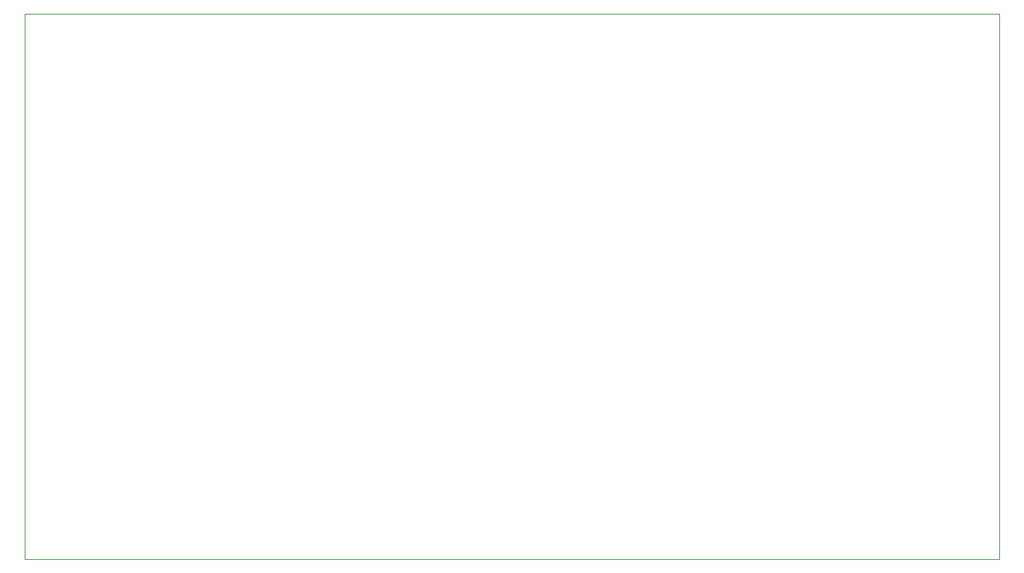
<source format=gbr>
G04 #@! TF.GenerationSoftware,KiCad,Pcbnew,(5.1.2-1)-1*
G04 #@! TF.CreationDate,2021-05-31T13:25:46-04:00*
G04 #@! TF.ProjectId,Smooth and Stepped Generator - CGS,536d6f6f-7468-4206-916e-642053746570,rev?*
G04 #@! TF.SameCoordinates,Original*
G04 #@! TF.FileFunction,Profile,NP*
%FSLAX46Y46*%
G04 Gerber Fmt 4.6, Leading zero omitted, Abs format (unit mm)*
G04 Created by KiCad (PCBNEW (5.1.2-1)-1) date 2021-05-31 13:25:46*
%MOMM*%
%LPD*%
G04 APERTURE LIST*
%ADD10C,0.050000*%
G04 APERTURE END LIST*
D10*
X125577600Y-12090400D02*
X12090400Y-12090400D01*
X125577600Y-75565000D02*
X125577600Y-12090400D01*
X12090400Y-75565000D02*
X125577600Y-75565000D01*
X12090400Y-12090400D02*
X12090400Y-75565000D01*
M02*

</source>
